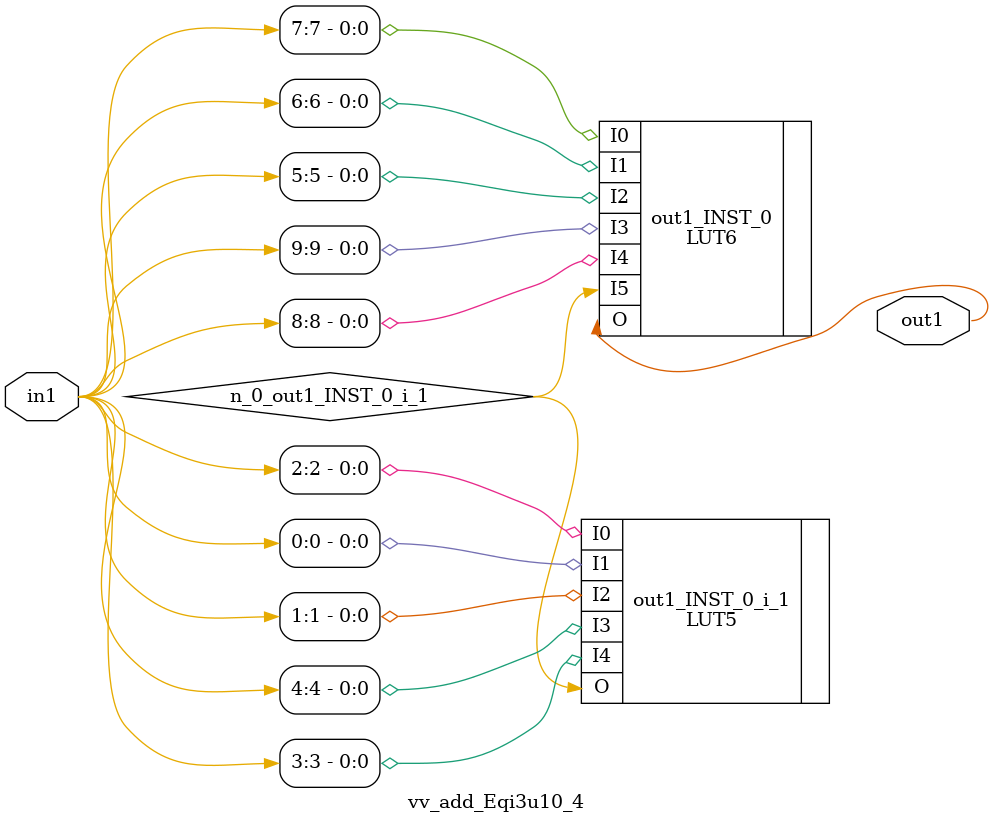
<source format=v>
`timescale 1 ps / 1 ps

(* STRUCTURAL_NETLIST = "yes" *)
module vv_add_Eqi3u10_4
   (in1,
    out1);
  input [9:0]in1;
  output out1;

  wire [9:0]in1;
  wire n_0_out1_INST_0_i_1;
  wire out1;

LUT6 #(
    .INIT(64'h0000000000000001)) 
     out1_INST_0
       (.I0(in1[7]),
        .I1(in1[6]),
        .I2(in1[5]),
        .I3(in1[9]),
        .I4(in1[8]),
        .I5(n_0_out1_INST_0_i_1),
        .O(out1));
LUT5 #(
    .INIT(32'hFFFFFFBF)) 
     out1_INST_0_i_1
       (.I0(in1[2]),
        .I1(in1[0]),
        .I2(in1[1]),
        .I3(in1[4]),
        .I4(in1[3]),
        .O(n_0_out1_INST_0_i_1));
endmodule


</source>
